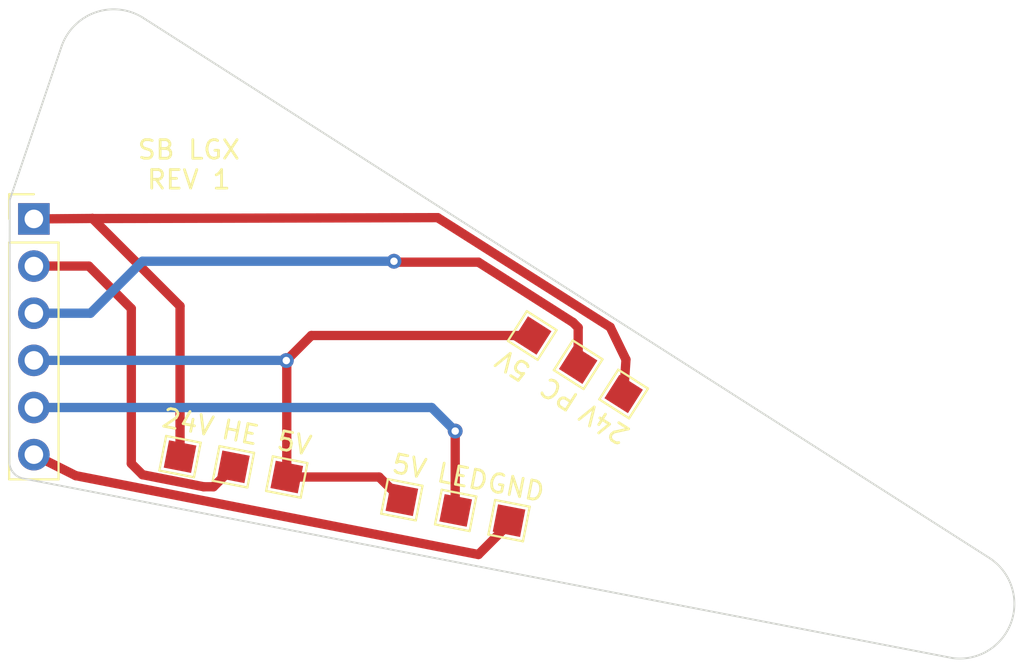
<source format=kicad_pcb>
(kicad_pcb (version 20211014) (generator pcbnew)
  (layers (0 "F.Cu" signal) (31 "B.Cu" signal) (34 "B.Paste" user) (35 "F.Paste" user) (36 "B.SilkS" user "B.Silkscreen") (37 "F.SilkS" user "F.Silkscreen") (38 "B.Mask" user) (39 "F.Mask" user) (44 "Edge.Cuts" user))
  (net 0 "")
  (net 1 "24V")
  (net 2 "HE FAN")
  (net 3 "PC FAN")
  (net 4 "5V")
  (net 5 "LED")
  (net 6 "GND")
  (footprint "Connector_PinHeader_2.54mm:PinHeader_1x06_P2.54mm_Vertical" (layer "F.Cu") (at 95.7 108.32)
    (fp_text reference "J1")
    (fp_text value "Pin Header")
    (fp_line (start 1.33 1.27) (end 1.33 14.03) (layer "F.SilkS") (width 0.12))
    (fp_line (start -1.33 -1.33) (end 0 -1.33) (layer "F.SilkS") (width 0.12))
    (fp_line (start -1.33 1.27) (end 1.33 1.27) (layer "F.SilkS") (width 0.12))
    (fp_line (start -1.33 14.03) (end 1.33 14.03) (layer "F.SilkS") (width 0.12))
    (fp_line (start -1.33 0) (end -1.33 -1.33) (layer "F.SilkS") (width 0.12))
    (fp_line (start -1.33 1.27) (end -1.33 14.03) (layer "F.SilkS") (width 0.12))
    (pad "1" thru_hole rect (at 0 0) (size 1.7 1.7) (drill 1) (layers *.Cu *.Mask) (net 1 "24V"))
    (pad "2" thru_hole oval (at 0 2.54) (size 1.7 1.7) (drill 1) (layers *.Cu *.Mask) (net 2 "HE FAN"))
    (pad "3" thru_hole oval (at 0 5.08) (size 1.7 1.7) (drill 1) (layers *.Cu *.Mask) (net 3 "PC FAN"))
    (pad "4" thru_hole oval (at 0 7.62) (size 1.7 1.7) (drill 1) (layers *.Cu *.Mask) (net 4 "5V"))
    (pad "5" thru_hole oval (at 0 10.16) (size 1.7 1.7) (drill 1) (layers *.Cu *.Mask) (net 5 "LED"))
    (pad "6" thru_hole oval (at 0 12.7) (size 1.7 1.7) (drill 1) (layers *.Cu *.Mask) (net 6 "GND"))
  )
  (footprint "TestPoint:TestPoint_Pad_1.5x1.5mm" (layer "F.Cu") (at 127.475 117.75 147.5)
    (fp_text reference "24V" (at 0.004797 -1.900158 147.5 unlocked) (layer "F.SilkS"))
    (fp_text value "24V HE Fan")
    (fp_line (start 0.95 -0.95) (end 0.95 0.95) (layer "F.SilkS") (width 0.12))
    (fp_line (start -0.95 -0.95) (end 0.95 -0.95) (layer "F.SilkS") (width 0.12))
    (fp_line (start -0.95 0.95) (end -0.95 -0.95) (layer "F.SilkS") (width 0.12))
    (fp_line (start 0.95 0.95) (end -0.95 0.95) (layer "F.SilkS") (width 0.12))
    (pad "1" smd rect (at 0 0 147.5) (size 1.5 1.5) (layers "F.Cu" "F.Mask") (net 1 "24V"))
  )
  (footprint "TestPoint:TestPoint_Pad_1.5x1.5mm" (layer "F.Cu") (at 121.3 124.575 -11)
    (fp_text reference "GND" (at 0.024654 -1.838482 -11 unlocked) (layer "F.SilkS"))
    (fp_text value "Solder Pad GND")
    (fp_line (start 0.95 0.95) (end -0.95 0.95) (layer "F.SilkS") (width 0.12))
    (fp_line (start 0.95 -0.95) (end 0.95 0.95) (layer "F.SilkS") (width 0.12))
    (fp_line (start -0.95 0.95) (end -0.95 -0.95) (layer "F.SilkS") (width 0.12))
    (fp_line (start -0.95 -0.95) (end 0.95 -0.95) (layer "F.SilkS") (width 0.12))
    (pad "1" smd rect (at 0 0 349) (size 1.5 1.5) (layers "F.Cu" "F.Mask") (net 6 "GND"))
  )
  (footprint "TestPoint:TestPoint_Pad_1.5x1.5mm" (layer "F.Cu") (at 122.55 114.6 147.5)
    (fp_text reference "5V" (at 0.004797 -1.900158 147.5 unlocked) (layer "F.SilkS"))
    (fp_text value "5V PC Fan")
    (fp_line (start 0.95 0.95) (end -0.95 0.95) (layer "F.SilkS") (width 0.12))
    (fp_line (start 0.95 -0.95) (end 0.95 0.95) (layer "F.SilkS") (width 0.12))
    (fp_line (start -0.95 -0.95) (end 0.95 -0.95) (layer "F.SilkS") (width 0.12))
    (fp_line (start -0.95 0.95) (end -0.95 -0.95) (layer "F.SilkS") (width 0.12))
    (pad "1" smd rect (at 0 0 147.5) (size 1.5 1.5) (layers "F.Cu" "F.Mask") (net 4 "5V"))
  )
  (footprint "TestPoint:TestPoint_Pad_1.5x1.5mm" (layer "F.Cu") (at 103.575 121.125 -11)
    (fp_text reference "24V" (at 0.064195 -1.897104 -11 unlocked) (layer "F.SilkS"))
    (fp_text value "24V PC Fan")
    (fp_line (start -0.95 0.95) (end -0.95 -0.95) (layer "F.SilkS") (width 0.12))
    (fp_line (start -0.95 -0.95) (end 0.95 -0.95) (layer "F.SilkS") (width 0.12))
    (fp_line (start 0.95 0.95) (end -0.95 0.95) (layer "F.SilkS") (width 0.12))
    (fp_line (start 0.95 -0.95) (end 0.95 0.95) (layer "F.SilkS") (width 0.12))
    (pad "1" smd rect (at 0 0 349) (size 1.5 1.5) (layers "F.Cu" "F.Mask") (net 1 "24V"))
  )
  (footprint "MountingHole:MountingHole_3.2mm_M3" (layer "F.Cu") (at 145.58 129.06)
    (fp_text reference "H1")
    (fp_text value "MountingHole")
    (pad "" np_thru_hole circle (at 0 0) (size 3.2 3.2) (drill 3.2) (layers *.Cu *.Mask))
  )
  (footprint "TestPoint:TestPoint_Pad_1.5x1.5mm" (layer "F.Cu") (at 109.325 122.225 -11)
    (fp_text reference "5V" (at 0.044424 -1.867793 -11 unlocked) (layer "F.SilkS"))
    (fp_text value "5V HE Fan")
    (fp_line (start 0.95 0.95) (end -0.95 0.95) (layer "F.SilkS") (width 0.12))
    (fp_line (start -0.95 -0.95) (end 0.95 -0.95) (layer "F.SilkS") (width 0.12))
    (fp_line (start 0.95 -0.95) (end 0.95 0.95) (layer "F.SilkS") (width 0.12))
    (fp_line (start -0.95 0.95) (end -0.95 -0.95) (layer "F.SilkS") (width 0.12))
    (pad "1" smd rect (at 0 0 349) (size 1.5 1.5) (layers "F.Cu" "F.Mask") (net 4 "5V"))
  )
  (footprint "MountingHole:MountingHole_3.2mm_M3" (layer "F.Cu") (at 100 100)
    (fp_text reference "H2")
    (fp_text value "MountingHole")
    (pad "" np_thru_hole circle (at 0 0) (size 3.2 3.2) (drill 3.2) (layers *.Cu *.Mask))
  )
  (footprint "TestPoint:TestPoint_Pad_1.5x1.5mm" (layer "F.Cu") (at 106.45 121.675 -11)
    (fp_text reference "HE" (at 0.015114 -1.887564 -11 unlocked) (layer "F.SilkS"))
    (fp_text value "GND HE Fan")
    (fp_line (start -0.95 -0.95) (end 0.95 -0.95) (layer "F.SilkS") (width 0.12))
    (fp_line (start 0.95 0.95) (end -0.95 0.95) (layer "F.SilkS") (width 0.12))
    (fp_line (start 0.95 -0.95) (end 0.95 0.95) (layer "F.SilkS") (width 0.12))
    (fp_line (start -0.95 0.95) (end -0.95 -0.95) (layer "F.SilkS") (width 0.12))
    (pad "1" smd rect (at 0 0 349) (size 1.5 1.5) (layers "F.Cu" "F.Mask") (net 2 "HE FAN"))
  )
  (footprint "TestPoint:TestPoint_Pad_1.5x1.5mm" (layer "F.Cu") (at 125.025 116.175 147.5)
    (fp_text reference "PC" (at 0.018229 -1.879074 147.5 unlocked) (layer "F.SilkS"))
    (fp_text value "GND PC Fan")
    (fp_line (start -0.95 0.95) (end -0.95 -0.95) (layer "F.SilkS") (width 0.12))
    (fp_line (start 0.95 0.95) (end -0.95 0.95) (layer "F.SilkS") (width 0.12))
    (fp_line (start 0.95 -0.95) (end 0.95 0.95) (layer "F.SilkS") (width 0.12))
    (fp_line (start -0.95 -0.95) (end 0.95 -0.95) (layer "F.SilkS") (width 0.12))
    (pad "1" smd rect (at 0 0 147.5) (size 1.5 1.5) (layers "F.Cu" "F.Mask") (net 3 "PC FAN"))
  )
  (footprint "TestPoint:TestPoint_Pad_1.5x1.5mm" (layer "F.Cu") (at 115.525 123.45 -11)
    (fp_text reference "5V" (at 0.049195 -1.843253 -11 unlocked) (layer "F.SilkS"))
    (fp_text value "Solder Pad 5V")
    (fp_line (start -0.95 0.95) (end -0.95 -0.95) (layer "F.SilkS") (width 0.12))
    (fp_line (start 0.95 0.95) (end -0.95 0.95) (layer "F.SilkS") (width 0.12))
    (fp_line (start -0.95 -0.95) (end 0.95 -0.95) (layer "F.SilkS") (width 0.12))
    (fp_line (start 0.95 -0.95) (end 0.95 0.95) (layer "F.SilkS") (width 0.12))
    (pad "1" smd rect (at 0 0 349) (size 1.5 1.5) (layers "F.Cu" "F.Mask") (net 4 "5V"))
  )
  (footprint "TestPoint:TestPoint_Pad_1.5x1.5mm" (layer "F.Cu") (at 118.425 124.025 -11)
    (fp_text reference "LED" (at 0.024654 -1.838482 -11 unlocked) (layer "F.SilkS"))
    (fp_text value "Solder Pad LED")
    (fp_line (start -0.95 -0.95) (end 0.95 -0.95) (layer "F.SilkS") (width 0.12))
    (fp_line (start 0.95 0.95) (end -0.95 0.95) (layer "F.SilkS") (width 0.12))
    (fp_line (start -0.95 0.95) (end -0.95 -0.95) (layer "F.SilkS") (width 0.12))
    (fp_line (start 0.95 -0.95) (end 0.95 0.95) (layer "F.SilkS") (width 0.12))
    (pad "1" smd rect (at 0 0 349) (size 1.5 1.5) (layers "F.Cu" "F.Mask") (net 5 "LED"))
  )
  (gr_line (start 95.1 122.3) (end 145.202429 131.981205) (layer "Edge.Cuts") (width 0.1))
  (gr_line (start 94.4 107.3) (end 94.378046 121.4) (layer "Edge.Cuts") (width 0.1))
  (gr_arc (start 97.200001 99) (mid 99.078008 97.173355) (end 101.671867 97.541371) (layer "Edge.Cuts") (width 0.1))
  (gr_arc (start 147.2 126.6) (mid 148.341386 130.085061) (end 145.202429 131.981205) (layer "Edge.Cuts") (width 0.1))
  (gr_arc (start 95.1 122.3) (mid 94.580837 121.976892) (end 94.378046 121.4) (layer "Edge.Cuts") (width 0.1))
  (gr_line (start 94.4 107.3) (end 97.200001 99) (layer "Edge.Cuts") (width 0.1))
  (gr_line (start 101.671867 97.541371) (end 147.2 126.6) (layer "Edge.Cuts") (width 0.1))
  (gr_text "SB LGX\nREV 1" (at 104.05 105.4) (layer "F.SilkS") (effects (font (size 1 1))))
  (segment (start 98.859544 108.3) (end 117.45 108.25) (width 0.5) (layer "F.Cu") (net 1))
  (segment (start 103.575 121.125) (end 103.575 113.015456) (width 0.5) (layer "F.Cu") (net 1))
  (segment (start 126.75 114.15) (end 127.6 115.9) (width 0.5) (layer "F.Cu") (net 1))
  (segment (start 117.45 108.25) (end 126.75 114.15) (width 0.5) (layer "F.Cu") (net 1))
  (segment (start 95.7 108.32) (end 98.854772 108.295228) (width 0.5) (layer "F.Cu") (net 1))
  (segment (start 98.854772 108.295228) (end 98.859544 108.3) (width 0.5) (layer "F.Cu") (net 1))
  (segment (start 103.575 113.015456) (end 98.854772 108.295228) (width 0.5) (layer "F.Cu") (net 1))
  (segment (start 127.6 115.9) (end 127.475 117.75) (width 0.5) (layer "F.Cu") (net 1))
  (segment (start 105.375 122.75) (end 106.45 121.675) (width 0.5) (layer "F.Cu") (net 2))
  (segment (start 95.7 110.86) (end 98.66 110.86) (width 0.5) (layer "F.Cu") (net 2))
  (segment (start 100.95 121.5) (end 101.55 122.1) (width 0.5) (layer "F.Cu") (net 2))
  (segment (start 100.95 113.15) (end 100.95 121.5) (width 0.5) (layer "F.Cu") (net 2))
  (segment (start 104.85 122.75) (end 105.375 122.75) (width 0.5) (layer "F.Cu") (net 2))
  (segment (start 101.55 122.1) (end 104.85 122.75) (width 0.5) (layer "F.Cu") (net 2))
  (segment (start 98.66 110.86) (end 100.95 113.15) (width 0.5) (layer "F.Cu") (net 2))
  (segment (start 119.65 110.65) (end 115.15 110.65) (width 0.5) (layer "F.Cu") (net 3))
  (segment (start 125.025 116.175) (end 125.025 114.175) (width 0.5) (layer "F.Cu") (net 3))
  (segment (start 124.75 113.9) (end 119.65 110.65) (width 0.5) (layer "F.Cu") (net 3))
  (segment (start 125.025 114.175) (end 124.75 113.9) (width 0.5) (layer "F.Cu") (net 3))
  (segment (start 115.15 110.65) (end 115.1 110.6) (width 0.5) (layer "F.Cu") (net 3))
  (via (at 115.1 110.6) (size 0.8) (drill 0.4) (layers "F.Cu" "B.Cu") (net 3))
  (segment (start 98.75 113.4) (end 95.7 113.4) (width 0.5) (layer "B.Cu") (net 3))
  (segment (start 101.55 110.6) (end 98.75 113.4) (width 0.5) (layer "B.Cu") (net 3))
  (segment (start 115.1 110.6) (end 101.55 110.6) (width 0.5) (layer "B.Cu") (net 3))
  (segment (start 114.3 122.225) (end 115.525 123.45) (width 0.5) (layer "F.Cu") (net 4))
  (segment (start 109.325 122.225) (end 109.325 115.975) (width 0.5) (layer "F.Cu") (net 4))
  (segment (start 110.65 114.6) (end 122.55 114.6) (width 0.5) (layer "F.Cu") (net 4))
  (segment (start 109.325 122.225) (end 114.3 122.225) (width 0.5) (layer "F.Cu") (net 4))
  (segment (start 109.3 115.95) (end 110.65 114.6) (width 0.5) (layer "F.Cu") (net 4))
  (segment (start 109.325 115.975) (end 109.3 115.95) (width 0.5) (layer "F.Cu") (net 4))
  (via (at 109.3 115.95) (size 0.8) (drill 0.4) (layers "F.Cu" "B.Cu") (net 4))
  (segment (start 109.3 115.95) (end 109.29 115.94) (width 0.5) (layer "B.Cu") (net 4))
  (segment (start 109.29 115.94) (end 95.7 115.94) (width 0.5) (layer "B.Cu") (net 4))
  (segment (start 118.4 124) (end 118.425 124.025) (width 0.5) (layer "F.Cu") (net 5))
  (segment (start 118.4 119.75) (end 118.4 124) (width 0.5) (layer "F.Cu") (net 5))
  (via (at 118.4 119.75) (size 0.8) (drill 0.4) (layers "F.Cu" "B.Cu") (net 5))
  (segment (start 117.13 118.48) (end 118.4 119.75) (width 0.5) (layer "B.Cu") (net 5))
  (segment (start 95.7 118.48) (end 117.13 118.48) (width 0.5) (layer "B.Cu") (net 5))
  (segment (start 121.3 124.75) (end 121.3 124.575) (width 0.5) (layer "F.Cu") (net 6))
  (segment (start 119.65 126.4) (end 121.3 124.75) (width 0.5) (layer "F.Cu") (net 6))
  (segment (start 97.95 122.15) (end 119.65 126.4) (width 0.5) (layer "F.Cu") (net 6))
  (segment (start 95.7 121.02) (end 97.95 122.15) (width 0.5) (layer "F.Cu") (net 6))
)
</source>
